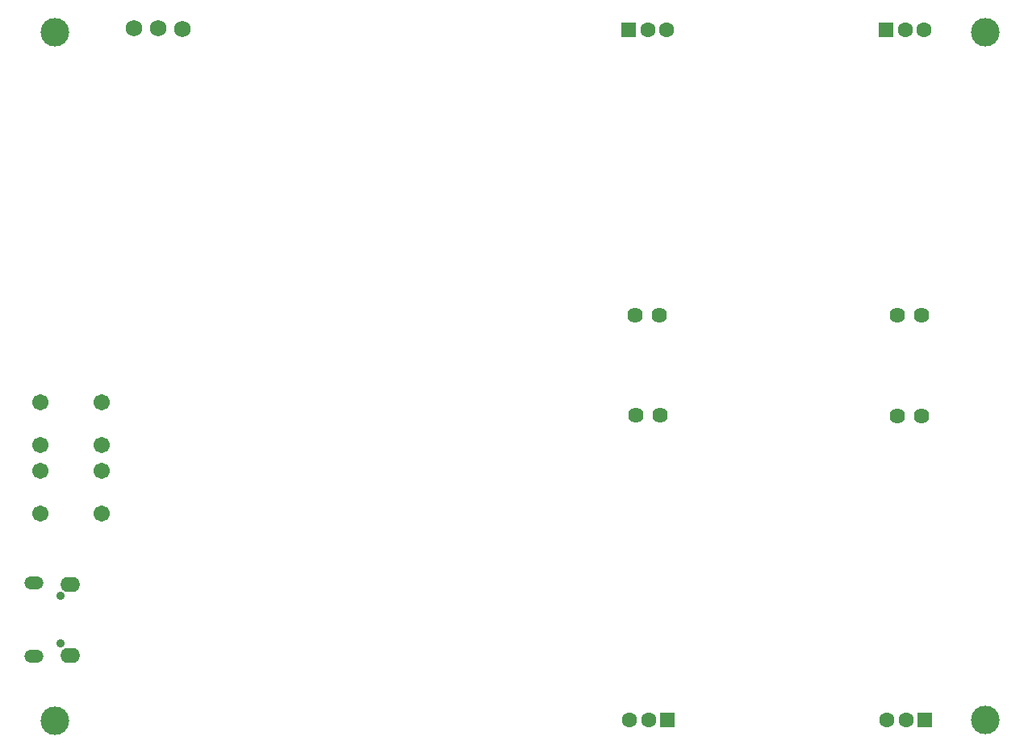
<source format=gbs>
G04*
G04 #@! TF.GenerationSoftware,Altium Limited,Altium Designer,19.1.5 (86)*
G04*
G04 Layer_Color=16711935*
%FSLAX25Y25*%
%MOIN*%
G70*
G01*
G75*
%ADD56C,0.06800*%
%ADD57C,0.03543*%
%ADD58O,0.07887X0.05328*%
%ADD59O,0.08268X0.06102*%
%ADD60C,0.06375*%
%ADD61C,0.06706*%
%ADD62R,0.06312X0.06312*%
%ADD63C,0.06312*%
%ADD64C,0.11811*%
D56*
X68819Y301102D02*
D03*
X58819Y301181D02*
D03*
X48819D02*
D03*
D57*
X18307Y46949D02*
D03*
Y66634D02*
D03*
D58*
X7480Y41535D02*
D03*
Y72047D02*
D03*
D59*
X22441Y42126D02*
D03*
Y71457D02*
D03*
D60*
X364016Y182677D02*
D03*
X374016D02*
D03*
X255906D02*
D03*
X265905D02*
D03*
X266024Y141339D02*
D03*
X256024D02*
D03*
X374016Y140945D02*
D03*
X364016D02*
D03*
D61*
X35630Y118307D02*
D03*
Y100591D02*
D03*
X10039D02*
D03*
Y118307D02*
D03*
Y146653D02*
D03*
Y128937D02*
D03*
X35630D02*
D03*
Y146653D02*
D03*
D62*
X359449Y300669D02*
D03*
X253150D02*
D03*
X269291Y15472D02*
D03*
X375591D02*
D03*
D63*
X367323Y300669D02*
D03*
X375197D02*
D03*
X261024D02*
D03*
X268898D02*
D03*
X261417Y15472D02*
D03*
X253543D02*
D03*
X367717D02*
D03*
X359842D02*
D03*
D64*
X400394Y15354D02*
D03*
Y299606D02*
D03*
X16142D02*
D03*
Y14961D02*
D03*
M02*

</source>
